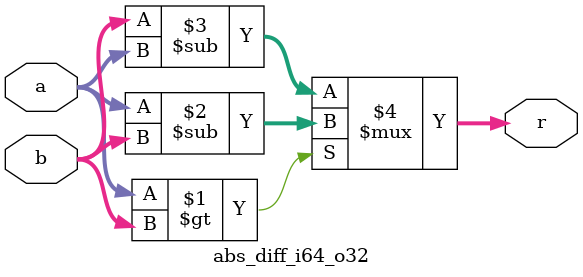
<source format=v>
module abs_diff_i64_o32(a,b,r);
input [31:0] a,b;
output [31:0] r;

assign r = (a>b) ? (a-b) : (b-a);

endmodule

</source>
